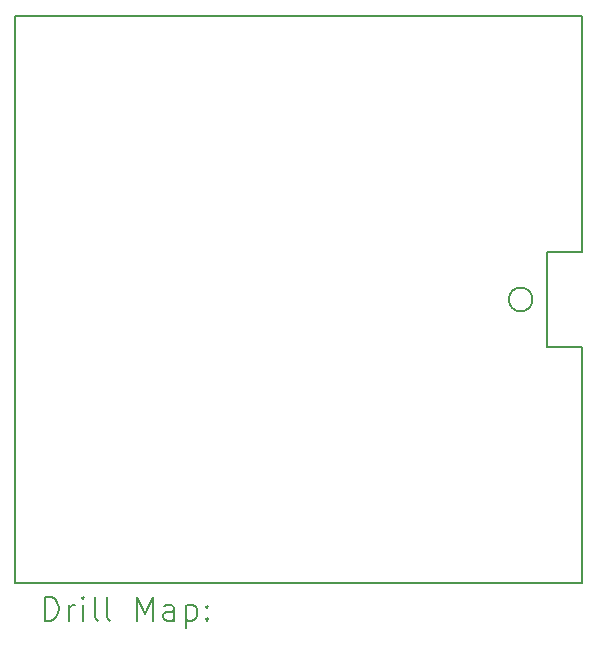
<source format=gbr>
%TF.GenerationSoftware,KiCad,Pcbnew,7.0.10-7.0.10~ubuntu22.04.1*%
%TF.CreationDate,2024-06-11T12:31:44+02:00*%
%TF.ProjectId,PQ_Lat_Board,50515f4c-6174-45f4-926f-6172642e6b69,rev?*%
%TF.SameCoordinates,Original*%
%TF.FileFunction,Drillmap*%
%TF.FilePolarity,Positive*%
%FSLAX45Y45*%
G04 Gerber Fmt 4.5, Leading zero omitted, Abs format (unit mm)*
G04 Created by KiCad (PCBNEW 7.0.10-7.0.10~ubuntu22.04.1) date 2024-06-11 12:31:44*
%MOMM*%
%LPD*%
G01*
G04 APERTURE LIST*
%ADD10C,0.150000*%
%ADD11C,0.200000*%
G04 APERTURE END LIST*
D10*
X7500000Y-9000000D02*
X12300000Y-9000000D01*
X12000000Y-6200000D02*
X12300000Y-6200000D01*
X12300000Y-4200000D02*
X12300000Y-6200000D01*
X7500000Y-4200000D02*
X7500000Y-9000000D01*
X7500000Y-4200000D02*
X12300000Y-4200000D01*
X12300000Y-9000000D02*
X12300000Y-7000000D01*
D11*
X11880000Y-6600000D02*
G75*
G03*
X11680000Y-6600000I-100000J0D01*
G01*
X11680000Y-6600000D02*
G75*
G03*
X11880000Y-6600000I100000J0D01*
G01*
D10*
X12000000Y-6200000D02*
X12000000Y-7000000D01*
X12000000Y-7000000D02*
X12300000Y-7000000D01*
D11*
X7753277Y-9318984D02*
X7753277Y-9118984D01*
X7753277Y-9118984D02*
X7800896Y-9118984D01*
X7800896Y-9118984D02*
X7829467Y-9128508D01*
X7829467Y-9128508D02*
X7848515Y-9147555D01*
X7848515Y-9147555D02*
X7858039Y-9166603D01*
X7858039Y-9166603D02*
X7867562Y-9204698D01*
X7867562Y-9204698D02*
X7867562Y-9233270D01*
X7867562Y-9233270D02*
X7858039Y-9271365D01*
X7858039Y-9271365D02*
X7848515Y-9290412D01*
X7848515Y-9290412D02*
X7829467Y-9309460D01*
X7829467Y-9309460D02*
X7800896Y-9318984D01*
X7800896Y-9318984D02*
X7753277Y-9318984D01*
X7953277Y-9318984D02*
X7953277Y-9185650D01*
X7953277Y-9223746D02*
X7962801Y-9204698D01*
X7962801Y-9204698D02*
X7972324Y-9195174D01*
X7972324Y-9195174D02*
X7991372Y-9185650D01*
X7991372Y-9185650D02*
X8010420Y-9185650D01*
X8077086Y-9318984D02*
X8077086Y-9185650D01*
X8077086Y-9118984D02*
X8067562Y-9128508D01*
X8067562Y-9128508D02*
X8077086Y-9138031D01*
X8077086Y-9138031D02*
X8086610Y-9128508D01*
X8086610Y-9128508D02*
X8077086Y-9118984D01*
X8077086Y-9118984D02*
X8077086Y-9138031D01*
X8200896Y-9318984D02*
X8181848Y-9309460D01*
X8181848Y-9309460D02*
X8172324Y-9290412D01*
X8172324Y-9290412D02*
X8172324Y-9118984D01*
X8305658Y-9318984D02*
X8286610Y-9309460D01*
X8286610Y-9309460D02*
X8277086Y-9290412D01*
X8277086Y-9290412D02*
X8277086Y-9118984D01*
X8534229Y-9318984D02*
X8534229Y-9118984D01*
X8534229Y-9118984D02*
X8600896Y-9261841D01*
X8600896Y-9261841D02*
X8667563Y-9118984D01*
X8667563Y-9118984D02*
X8667563Y-9318984D01*
X8848515Y-9318984D02*
X8848515Y-9214222D01*
X8848515Y-9214222D02*
X8838991Y-9195174D01*
X8838991Y-9195174D02*
X8819944Y-9185650D01*
X8819944Y-9185650D02*
X8781848Y-9185650D01*
X8781848Y-9185650D02*
X8762801Y-9195174D01*
X8848515Y-9309460D02*
X8829467Y-9318984D01*
X8829467Y-9318984D02*
X8781848Y-9318984D01*
X8781848Y-9318984D02*
X8762801Y-9309460D01*
X8762801Y-9309460D02*
X8753277Y-9290412D01*
X8753277Y-9290412D02*
X8753277Y-9271365D01*
X8753277Y-9271365D02*
X8762801Y-9252317D01*
X8762801Y-9252317D02*
X8781848Y-9242793D01*
X8781848Y-9242793D02*
X8829467Y-9242793D01*
X8829467Y-9242793D02*
X8848515Y-9233270D01*
X8943753Y-9185650D02*
X8943753Y-9385650D01*
X8943753Y-9195174D02*
X8962801Y-9185650D01*
X8962801Y-9185650D02*
X9000896Y-9185650D01*
X9000896Y-9185650D02*
X9019944Y-9195174D01*
X9019944Y-9195174D02*
X9029467Y-9204698D01*
X9029467Y-9204698D02*
X9038991Y-9223746D01*
X9038991Y-9223746D02*
X9038991Y-9280889D01*
X9038991Y-9280889D02*
X9029467Y-9299936D01*
X9029467Y-9299936D02*
X9019944Y-9309460D01*
X9019944Y-9309460D02*
X9000896Y-9318984D01*
X9000896Y-9318984D02*
X8962801Y-9318984D01*
X8962801Y-9318984D02*
X8943753Y-9309460D01*
X9124705Y-9299936D02*
X9134229Y-9309460D01*
X9134229Y-9309460D02*
X9124705Y-9318984D01*
X9124705Y-9318984D02*
X9115182Y-9309460D01*
X9115182Y-9309460D02*
X9124705Y-9299936D01*
X9124705Y-9299936D02*
X9124705Y-9318984D01*
X9124705Y-9195174D02*
X9134229Y-9204698D01*
X9134229Y-9204698D02*
X9124705Y-9214222D01*
X9124705Y-9214222D02*
X9115182Y-9204698D01*
X9115182Y-9204698D02*
X9124705Y-9195174D01*
X9124705Y-9195174D02*
X9124705Y-9214222D01*
M02*

</source>
